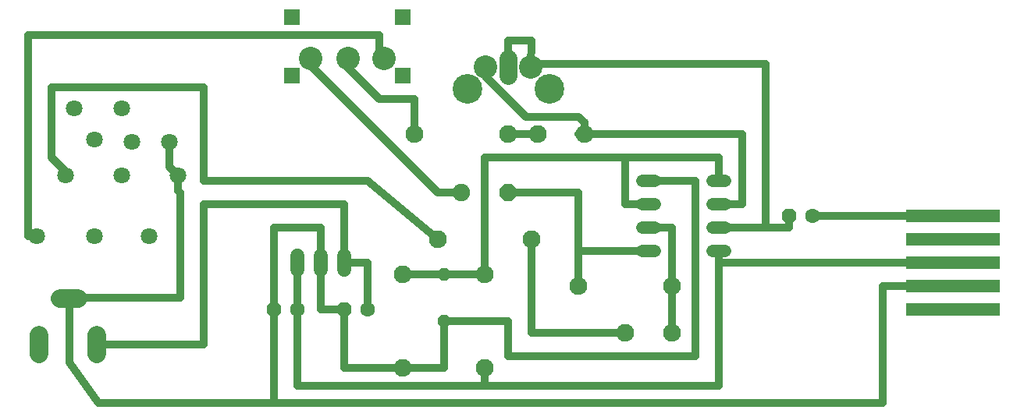
<source format=gbl>
G75*
%MOIN*%
%OFA0B0*%
%FSLAX24Y24*%
%IPPOS*%
%LPD*%
%AMOC8*
5,1,8,0,0,1.08239X$1,22.5*
%
%ADD10C,0.0787*%
%ADD11C,0.0600*%
%ADD12OC8,0.0630*%
%ADD13C,0.0630*%
%ADD14C,0.0760*%
%ADD15OC8,0.0520*%
%ADD16C,0.1000*%
%ADD17R,0.0675X0.0675*%
%ADD18C,0.0709*%
%ADD19C,0.0750*%
%ADD20OC8,0.0750*%
%ADD21C,0.0760*%
%ADD22C,0.1266*%
%ADD23C,0.0520*%
%ADD24R,0.4000X0.0550*%
%ADD25C,0.0320*%
D10*
X003453Y021122D02*
X003453Y021909D01*
X004358Y023484D02*
X005146Y023484D01*
X005933Y021909D02*
X005933Y021122D01*
D11*
X014500Y024700D02*
X014500Y025300D01*
X015500Y025300D02*
X015500Y024700D01*
X016500Y024700D02*
X016500Y025300D01*
D12*
X016500Y023000D03*
X013500Y023000D03*
X035500Y027000D03*
D13*
X036500Y027000D03*
X017500Y023000D03*
X014500Y023000D03*
D14*
X019000Y024500D03*
X020500Y026000D03*
X022500Y024500D03*
X024500Y026000D03*
X026500Y024000D03*
X028500Y022000D03*
X030500Y022000D03*
X030500Y024000D03*
X026750Y030500D03*
X024750Y030500D03*
X023500Y030500D03*
X019500Y030500D03*
X019000Y020500D03*
X022500Y020500D03*
D15*
X020750Y022500D03*
X020750Y024500D03*
D16*
X022531Y033382D03*
X024469Y033382D03*
X018195Y033740D03*
X016657Y033739D03*
X015065Y033741D03*
D17*
X014250Y033000D03*
X014250Y035500D03*
X019000Y035500D03*
X019000Y033000D03*
D18*
X009047Y030193D03*
X009402Y028756D03*
X007433Y030193D03*
X007000Y028756D03*
X005819Y030291D03*
X004953Y031630D03*
X007000Y031630D03*
X004598Y028756D03*
X003378Y026157D03*
X005819Y026157D03*
X008181Y026157D03*
D19*
X021500Y028000D03*
D20*
X023500Y028000D03*
D21*
X023500Y033002D02*
X023500Y033762D01*
D22*
X025250Y032441D03*
X021750Y032441D03*
D23*
X029240Y028500D02*
X029760Y028500D01*
X029760Y027500D02*
X029240Y027500D01*
X029240Y026500D02*
X029760Y026500D01*
X029760Y025500D02*
X029240Y025500D01*
X032240Y025500D02*
X032760Y025500D01*
X032760Y026500D02*
X032240Y026500D01*
X032240Y027500D02*
X032760Y027500D01*
X032760Y028500D02*
X032240Y028500D01*
D24*
X042500Y027000D03*
X042500Y026000D03*
X042500Y025000D03*
X042500Y024000D03*
X042500Y023000D03*
D25*
X013500Y019000D02*
X006000Y019000D01*
X004752Y020748D01*
X004752Y023484D01*
X004768Y023500D01*
X009500Y023500D01*
X009500Y028000D01*
X009402Y028098D01*
X009402Y028756D01*
X009047Y029110D01*
X009047Y030193D01*
X010500Y028500D02*
X017500Y028500D01*
X020500Y026000D01*
X020750Y024500D02*
X022500Y024500D01*
X022500Y029500D01*
X028500Y029500D01*
X028500Y027500D01*
X029500Y027500D01*
X029500Y026500D02*
X030500Y026500D01*
X030500Y024000D01*
X030500Y022000D01*
X031500Y021000D02*
X031500Y028500D01*
X029500Y028500D01*
X028500Y029500D02*
X032500Y029500D01*
X032500Y028500D01*
X032500Y027500D02*
X033500Y027500D01*
X033500Y030500D01*
X026750Y030500D01*
X026750Y031000D01*
X026500Y031250D01*
X024250Y031250D01*
X022531Y032969D01*
X022531Y033382D01*
X023500Y033382D02*
X023500Y034500D01*
X024500Y034500D01*
X024500Y034472D01*
X024469Y033382D01*
X024469Y033500D01*
X034500Y033500D01*
X034500Y026500D01*
X032500Y026500D01*
X032500Y025500D02*
X032500Y025000D01*
X042500Y025000D01*
X042500Y024000D02*
X039500Y024000D01*
X039500Y023500D01*
X039500Y019000D01*
X013500Y019000D01*
X013500Y023000D01*
X013500Y026500D01*
X015500Y026500D01*
X015500Y025000D01*
X015500Y023000D01*
X016500Y023000D01*
X016500Y020500D01*
X019000Y020500D01*
X020750Y020500D01*
X020750Y022500D01*
X023500Y022500D01*
X023500Y021000D01*
X031500Y021000D01*
X032500Y019750D02*
X022500Y019750D01*
X014500Y019750D01*
X014500Y023000D01*
X014500Y025000D01*
X016500Y025000D02*
X017500Y025000D01*
X017500Y023000D01*
X019000Y024500D02*
X020750Y024500D01*
X020500Y028000D02*
X021500Y028000D01*
X020500Y028000D02*
X015000Y033500D01*
X016500Y033500D02*
X018000Y032000D01*
X019500Y032000D01*
X019500Y030500D01*
X016500Y027500D02*
X010500Y027500D01*
X010500Y021500D01*
X005933Y021500D01*
X005933Y021516D01*
X003378Y026157D02*
X003000Y026157D01*
X003000Y034750D01*
X018000Y034750D01*
X018000Y034000D01*
X023500Y030500D02*
X024750Y030500D01*
X026500Y030500D02*
X026750Y030500D01*
X026500Y028000D02*
X026500Y025500D01*
X029500Y025500D01*
X026500Y025500D02*
X026500Y024000D01*
X028500Y022000D02*
X024500Y022000D01*
X024500Y026000D01*
X023500Y028000D02*
X026500Y028000D01*
X032500Y025000D02*
X032500Y019750D01*
X034500Y026500D02*
X035500Y026500D01*
X035500Y027000D01*
X036500Y027000D02*
X042500Y027000D01*
X022500Y020500D02*
X022500Y019750D01*
X016500Y025000D02*
X016500Y027500D01*
X010500Y028500D02*
X010500Y032500D01*
X004000Y032500D01*
X004000Y029500D01*
X004598Y028902D01*
X004598Y028756D01*
M02*

</source>
